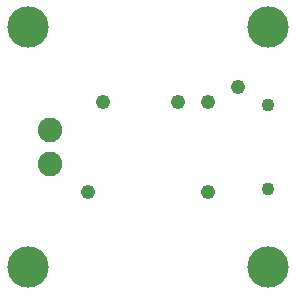
<source format=gbs>
G75*
G70*
%OFA0B0*%
%FSLAX24Y24*%
%IPPOS*%
%LPD*%
%AMOC8*
5,1,8,0,0,1.08239X$1,22.5*
%
%ADD10C,0.0820*%
%ADD11C,0.1380*%
%ADD12C,0.0434*%
%ADD13C,0.0490*%
D10*
X001982Y004662D03*
X001982Y005802D03*
D11*
X001232Y001232D03*
X009232Y001232D03*
X009232Y009232D03*
X001232Y009232D03*
D12*
X009232Y006629D03*
X009232Y003834D03*
D13*
X007232Y003732D03*
X007232Y006732D03*
X006232Y006732D03*
X008232Y007232D03*
X003732Y006732D03*
X003232Y003732D03*
M02*

</source>
